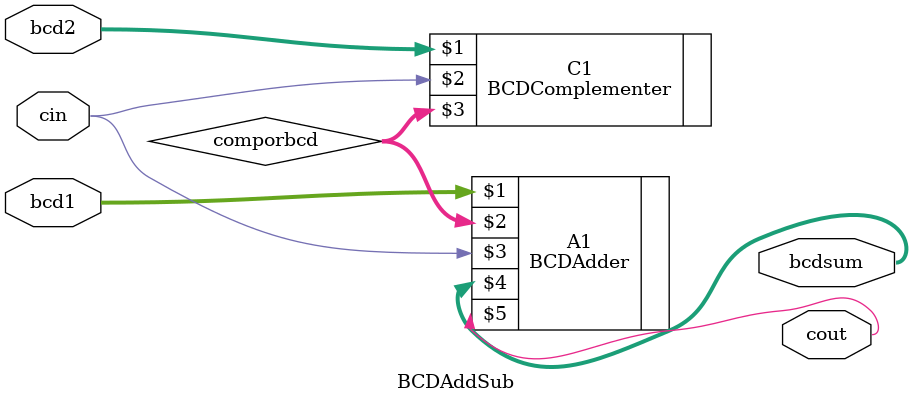
<source format=v>
`timescale 1ns/1ns
`include "Question11.v"
`include "Question7.v"

module BCDAddSub (bcd1, bcd2, cin,  bcdsum, cout);

    input [3:0] bcd1, bcd2;
    input cin;

    output [3:0] bcdsum;
    output cout;

    wire [3:0] comporbcd;

    BCDComplementer C1(bcd2, cin, comporbcd);
    BCDAdder A1(bcd1, comporbcd, cin, bcdsum, cout);
    
endmodule
</source>
